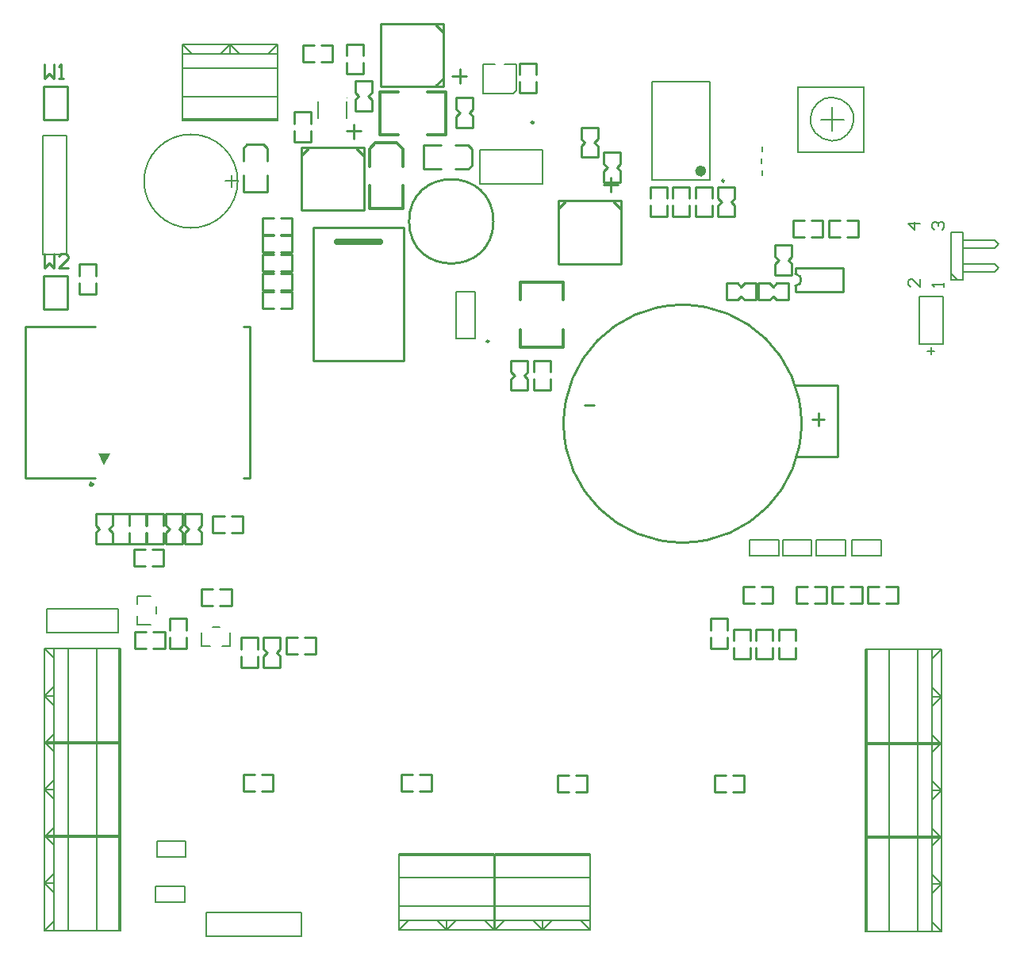
<source format=gto>
G04*
G04 #@! TF.GenerationSoftware,Altium Limited,Altium Designer,19.1.6 (110)*
G04*
G04 Layer_Color=65535*
%FSLAX43Y43*%
%MOMM*%
G71*
G01*
G75*
%ADD10C,0.100*%
%ADD11C,0.250*%
%ADD12C,0.254*%
%ADD13C,0.127*%
%ADD14C,0.200*%
%ADD15C,0.600*%
%ADD16C,0.300*%
%ADD17C,0.203*%
%ADD18C,0.305*%
%ADD19C,0.700*%
%ADD20C,0.279*%
%ADD21C,0.150*%
G36*
X8382Y51816D02*
X9017Y53086D01*
X7747D01*
X8382Y51816D01*
D02*
G37*
D10*
X34341Y91089D02*
G03*
X34341Y91089I-50J0D01*
G01*
D11*
X54241Y88418D02*
G03*
X54241Y88418I-125J0D01*
G01*
X49465Y65063D02*
G03*
X49465Y65063I-125J0D01*
G01*
X74602Y82208D02*
G03*
X74602Y82208I-125J0D01*
G01*
D12*
X49948Y77869D02*
G03*
X49948Y77869I-4500J0D01*
G01*
X57441Y56132D02*
G03*
X57441Y56134I12696J129D01*
G01*
X82169Y70993D02*
G03*
X82169Y72263I0J635D01*
G01*
X78549Y37084D02*
X79756Y37084D01*
X78549Y38862D02*
X79756Y38862D01*
X76581Y38862D02*
X77787D01*
X76581Y37084D02*
X77787D01*
X79756Y37084D02*
Y38862D01*
X76581Y37084D02*
Y38862D01*
X82296Y38862D02*
X83503Y38862D01*
X82296Y37084D02*
X83503Y37084D01*
X84265D02*
X85471D01*
X84265Y38862D02*
X85471D01*
X82296Y37084D02*
Y38862D01*
X85471Y37084D02*
Y38862D01*
X88075Y37084D02*
X89281Y37084D01*
X88075Y38862D02*
X89281Y38862D01*
X86106Y38862D02*
X87312D01*
X86106Y37084D02*
X87312D01*
X89281Y37084D02*
Y38862D01*
X86106Y37084D02*
Y38862D01*
X89916Y38862D02*
X91122Y38862D01*
X89916Y37084D02*
X91122Y37084D01*
X91884D02*
X93091D01*
X91884Y38862D02*
X93091D01*
X89916Y37084D02*
Y38862D01*
X93091Y37084D02*
Y38862D01*
X20007Y46424D02*
X21214Y46424D01*
X20007Y44646D02*
X21214Y44646D01*
X21976D02*
X23183D01*
X21976Y46424D02*
X23183D01*
X20007Y44646D02*
Y46424D01*
X23183Y44646D02*
Y46424D01*
X24765Y33401D02*
X24765Y32194D01*
X22987D02*
X22987Y33401D01*
X22987Y30226D02*
Y31433D01*
X24765Y30226D02*
Y31433D01*
X22987Y33401D02*
X24765D01*
X22987Y30226D02*
X24765D01*
X11684Y34036D02*
X12891Y34036D01*
X11684Y32258D02*
X12891Y32258D01*
X13653D02*
X14859D01*
X13653Y34036D02*
X14859D01*
X11684Y32258D02*
Y34036D01*
X14859Y32258D02*
Y34036D01*
X17145Y35433D02*
X17145Y34227D01*
X15367D02*
X15367Y35433D01*
X15367Y32258D02*
Y33465D01*
X17145Y32258D02*
Y33465D01*
X15367Y35433D02*
X17145D01*
X15367Y32258D02*
X17145D01*
X18796Y38608D02*
X20003Y38608D01*
X18796Y36830D02*
X20003Y36830D01*
X20764D02*
X21971D01*
X20764Y38608D02*
X21971D01*
X18796Y36830D02*
Y38608D01*
X21971Y36830D02*
Y38608D01*
X47193Y85979D02*
X47638Y85598D01*
Y83820D02*
Y84709D01*
X47193Y83439D02*
X47638Y83820D01*
X45847Y83439D02*
X47193D01*
X47638Y84709D02*
Y85598D01*
X45847Y85979D02*
X47193D01*
X42532Y83439D02*
X44323D01*
X42532Y85979D02*
X44323D01*
X42532Y83439D02*
Y84709D01*
Y85979D01*
X34239Y87503D02*
X35763D01*
X35027Y86716D02*
Y88240D01*
X35290Y85716D02*
X36068Y84938D01*
X29473Y84921D02*
X30251Y85700D01*
X36116Y79073D02*
Y85773D01*
X29416Y79073D02*
Y85773D01*
X36116D01*
X29416Y79073D02*
X36116D01*
X61671Y81788D02*
X63195D01*
X62459Y81001D02*
Y82525D01*
X62722Y80001D02*
X63500Y79223D01*
X56905Y79206D02*
X57683Y79985D01*
X63548Y73358D02*
Y80058D01*
X56848Y73358D02*
Y80058D01*
X63548D01*
X56848Y73358D02*
X63548D01*
X45974Y91059D02*
X47752D01*
X45974Y87884D02*
X47752D01*
X45974Y89853D02*
Y91059D01*
X47752Y89853D02*
Y91059D01*
Y87884D02*
Y89090D01*
X45974Y87884D02*
Y89090D01*
X46355Y89471D01*
X47371D02*
X47752Y89090D01*
X47371Y89471D02*
X47752Y89853D01*
X45974D02*
X46355Y89471D01*
X46355Y92634D02*
Y94158D01*
X45568Y93370D02*
X47092D01*
X43790Y92329D02*
X44568Y93107D01*
X43773Y98924D02*
X44552Y98146D01*
X37925Y92281D02*
X44625D01*
X37925Y98981D02*
X44625D01*
Y92281D02*
Y98981D01*
X37925Y92281D02*
Y98981D01*
X56007Y62992D02*
X56007Y61785D01*
X54229D02*
X54229Y62992D01*
X54229Y59817D02*
Y61023D01*
X56007Y59817D02*
Y61023D01*
X54229Y62992D02*
X56007D01*
X54229Y59817D02*
X56007D01*
X51816Y62992D02*
X53594D01*
X51816Y59817D02*
X53594D01*
X51816Y61785D02*
Y62992D01*
X53594Y61785D02*
Y62992D01*
Y59817D02*
Y61023D01*
X51816Y59817D02*
Y61023D01*
X52197Y61404D01*
X53213D02*
X53594Y61023D01*
X53213Y61404D02*
X53594Y61785D01*
X51816D02*
X52197Y61404D01*
X5715Y71311D02*
X5715Y70104D01*
X7493D02*
X7493Y71311D01*
Y72073D02*
Y73279D01*
X5715Y72073D02*
Y73279D01*
X5715Y70104D02*
X7493D01*
X5715Y73279D02*
X7493D01*
X40386Y76708D02*
Y77216D01*
X30734Y76708D02*
Y77216D01*
Y62992D02*
Y63500D01*
X40386Y62992D02*
Y63500D01*
X30734Y64008D02*
Y76200D01*
X40386Y64008D02*
Y76200D01*
Y63500D02*
Y64008D01*
X30734Y62992D02*
X40386D01*
X30734Y63500D02*
Y64008D01*
X40386Y76200D02*
Y76708D01*
X30734Y76200D02*
Y76708D01*
Y77216D02*
X40386D01*
X82296Y52730D02*
X83134D01*
X59639Y58217D02*
X60706D01*
X84633Y56718D02*
X85242D01*
X83998D02*
X84633D01*
Y56058D02*
Y57429D01*
X86690Y52730D02*
Y60350D01*
X83134Y52730D02*
X86690D01*
X82093Y60350D02*
X86690D01*
X71501Y78359D02*
X73279D01*
X71501Y81534D02*
X73279D01*
X73279Y78359D02*
Y79565D01*
X71501Y78359D02*
Y79565D01*
Y80327D02*
X71501Y81534D01*
X73279D02*
X73279Y80327D01*
X69088Y78359D02*
X70866D01*
X69088Y81534D02*
X70866D01*
X70866Y78359D02*
Y79565D01*
X69088Y78359D02*
Y79565D01*
Y80327D02*
X69088Y81534D01*
X70866D02*
X70866Y80327D01*
X66675Y78359D02*
X68453D01*
X66675Y81534D02*
X68453D01*
X68453Y78359D02*
Y79565D01*
X66675Y78359D02*
Y79565D01*
Y80327D02*
X66675Y81534D01*
X68453D02*
X68453Y80327D01*
X73152Y32258D02*
X74930D01*
X73152Y35433D02*
X74930D01*
X74930Y32258D02*
Y33465D01*
X73152Y32258D02*
Y33465D01*
Y34227D02*
X73152Y35433D01*
X74930D02*
X74930Y34227D01*
X75565Y31115D02*
X77343D01*
X75565Y34290D02*
X77343D01*
X77343Y31115D02*
Y32321D01*
X75565Y31115D02*
Y32321D01*
Y33083D02*
X75565Y34290D01*
X77343D02*
X77343Y33083D01*
X77978Y31115D02*
X79756D01*
X77978Y34290D02*
X79756D01*
X79756Y31115D02*
Y32321D01*
X77978Y31115D02*
Y32321D01*
Y33083D02*
X77978Y34290D01*
X79756D02*
X79756Y33083D01*
X25400Y32194D02*
X25781Y31813D01*
X26797D02*
X27178Y32194D01*
X26797Y31813D02*
X27178Y31433D01*
X25400D02*
X25781Y31813D01*
X25400Y30226D02*
Y31433D01*
X27178Y30226D02*
Y31433D01*
Y32194D02*
Y33401D01*
X25400Y32194D02*
Y33401D01*
Y30226D02*
X27178D01*
X25400Y33401D02*
X27178D01*
X27813Y31623D02*
Y33401D01*
X30988Y31623D02*
Y33401D01*
X27813Y31623D02*
X29020D01*
X27813Y33401D02*
X29020D01*
X29781D02*
X30988Y33401D01*
X29781Y31623D02*
X30988Y31623D01*
X29591Y94869D02*
Y96647D01*
X32766Y94869D02*
Y96647D01*
X29591Y94869D02*
X30798D01*
X29591Y96647D02*
X30798D01*
X31559D02*
X32766Y96647D01*
X31559Y94869D02*
X32766Y94869D01*
X34290Y96774D02*
X36068D01*
X34290Y93599D02*
X36068D01*
X34290Y95567D02*
Y96774D01*
X36068Y95567D02*
Y96774D01*
X36068Y93599D02*
X36068Y94805D01*
X34290D02*
X34290Y93599D01*
X35179Y89662D02*
X36957D01*
X35179Y92837D02*
X36957D01*
Y89662D02*
Y90869D01*
X35179Y89662D02*
Y90869D01*
Y91631D02*
Y92837D01*
X36957Y91631D02*
Y92837D01*
X36576Y91250D02*
X36957Y91631D01*
X35179D02*
X35560Y91250D01*
X35179Y90869D02*
X35560Y91250D01*
X36576D02*
X36957Y90869D01*
X28702Y86360D02*
X30480D01*
X28702Y89535D02*
X30480D01*
X30480Y86360D02*
Y87567D01*
X28702Y86360D02*
Y87567D01*
Y88329D02*
X28702Y89535D01*
X30480D02*
X30480Y88329D01*
X54483Y94742D02*
X54483Y93535D01*
X52705D02*
X52705Y94742D01*
X52705Y91567D02*
Y92773D01*
X54483Y91567D02*
Y92773D01*
X52705Y94742D02*
X54483D01*
X52705Y91567D02*
X54483D01*
X59309Y86677D02*
X59690Y86297D01*
X60706D02*
X61087Y86677D01*
X60706Y86297D02*
X61087Y85915D01*
X59309D02*
X59690Y86297D01*
X59309Y84709D02*
Y85915D01*
X61087Y84709D02*
Y85915D01*
Y86677D02*
Y87884D01*
X59309Y86677D02*
Y87884D01*
Y84709D02*
X61087D01*
X59309Y87884D02*
X61087D01*
X73914Y80327D02*
X74295Y79947D01*
X75311D02*
X75692Y80327D01*
X75311Y79947D02*
X75692Y79565D01*
X73914D02*
X74295Y79947D01*
X73914Y78359D02*
Y79565D01*
X75692Y78359D02*
Y79565D01*
Y80327D02*
Y81534D01*
X73914Y80327D02*
Y81534D01*
Y78359D02*
X75692D01*
X73914Y81534D02*
X75692D01*
X63119Y83630D02*
X63500Y83248D01*
X61722D02*
X62103Y83630D01*
X61722Y84010D02*
X62103Y83630D01*
X63119D02*
X63500Y84010D01*
Y85217D01*
X61722Y84010D02*
Y85217D01*
Y82042D02*
Y83248D01*
X63500Y82042D02*
Y83248D01*
X61722Y85217D02*
X63500D01*
X61722Y82042D02*
X63500D01*
X82169Y70358D02*
X87249D01*
Y72898D01*
X82169D02*
X87249D01*
X82169Y72263D02*
Y72898D01*
Y70358D02*
Y70993D01*
X88900Y76200D02*
Y77978D01*
X85725Y76200D02*
Y77978D01*
X87693Y77978D02*
X88900D01*
X87693Y76200D02*
X88900D01*
X85725Y76200D02*
X86932Y76200D01*
X85725Y77978D02*
X86932Y77978D01*
X81915Y76200D02*
Y77978D01*
X85090Y76200D02*
Y77978D01*
X81915Y76200D02*
X83121D01*
X81915Y77978D02*
X83121D01*
X83883D02*
X85090Y77978D01*
X83883Y76200D02*
X85090Y76200D01*
X80010Y74104D02*
X80391Y73724D01*
X81407D02*
X81788Y74104D01*
X81407Y73724D02*
X81788Y73342D01*
X80010D02*
X80391Y73724D01*
X80010Y72136D02*
Y73342D01*
X81788Y72136D02*
Y73342D01*
Y74104D02*
Y75311D01*
X80010Y74104D02*
Y75311D01*
Y72136D02*
X81788D01*
X80010Y75311D02*
X81788D01*
X76009Y69469D02*
X76391Y69850D01*
X76009Y71247D02*
X76391Y70866D01*
X76771Y71247D01*
X76391Y69850D02*
X76771Y69469D01*
X77978D01*
X76771Y71247D02*
X77978D01*
X74803D02*
X76009D01*
X74803Y69469D02*
X76009D01*
X77978D02*
Y71247D01*
X74803Y69469D02*
Y71247D01*
X17018Y45403D02*
X17399Y45021D01*
X18415D02*
X18796Y45403D01*
X18415Y45021D02*
X18796Y44640D01*
X17018D02*
X17399Y45021D01*
X17018Y43434D02*
Y44640D01*
X18796Y43434D02*
Y44640D01*
Y45403D02*
Y46609D01*
X17018Y45403D02*
Y46609D01*
Y43434D02*
X18796D01*
X17018Y46609D02*
X18796D01*
X14986Y45403D02*
X15367Y45021D01*
X16383D02*
X16764Y45403D01*
X16383Y45021D02*
X16764Y44640D01*
X14986D02*
X15367Y45021D01*
X14986Y43434D02*
Y44640D01*
X16764Y43434D02*
Y44640D01*
Y45403D02*
Y46609D01*
X14986Y45403D02*
Y46609D01*
Y43434D02*
X16764D01*
X14986Y46609D02*
X16764D01*
X7493D02*
X9271D01*
X7493Y43434D02*
X9271D01*
X7493Y45403D02*
Y46609D01*
X9271Y45403D02*
Y46609D01*
Y43434D02*
Y44640D01*
X7493Y43434D02*
Y44640D01*
X7874Y45021D01*
X8890D02*
X9271Y44640D01*
X8890Y45021D02*
X9271Y45403D01*
X7493D02*
X7874Y45021D01*
X9271Y46609D02*
X11049D01*
X9271Y43434D02*
X11049D01*
X9271Y45403D02*
Y46609D01*
X11049Y45403D02*
Y46609D01*
X11049Y43434D02*
X11049Y44640D01*
X9271D02*
X9271Y43434D01*
X11049Y46609D02*
X12827D01*
X11049Y43434D02*
X12827D01*
X11049Y45403D02*
Y46609D01*
X12827Y45403D02*
Y46609D01*
X12827Y43434D02*
X12827Y44640D01*
X11049D02*
X11049Y43434D01*
X28448Y68580D02*
Y70358D01*
X25273Y68580D02*
Y70358D01*
X27242Y70358D02*
X28448D01*
X27242Y68580D02*
X28448D01*
X25273Y68580D02*
X26479Y68580D01*
X25273Y70358D02*
X26479Y70358D01*
X28448Y70485D02*
Y72263D01*
X25273Y70485D02*
Y72263D01*
X27242Y72263D02*
X28448D01*
X27242Y70485D02*
X28448D01*
X25273Y70485D02*
X26479Y70485D01*
X25273Y72263D02*
X26479Y72263D01*
X28448Y72517D02*
Y74295D01*
X25273Y72517D02*
Y74295D01*
X27242Y74295D02*
X28448D01*
X27242Y72517D02*
X28448D01*
X25273Y72517D02*
X26479Y72517D01*
X25273Y74295D02*
X26479Y74295D01*
X12954Y43434D02*
X14732D01*
X12954Y46609D02*
X14732D01*
X14732Y43434D02*
Y44640D01*
X12954Y43434D02*
Y44640D01*
Y45403D02*
X12954Y46609D01*
X14732D02*
X14732Y45403D01*
X13526Y41021D02*
X14732Y41021D01*
X13526Y42799D02*
X14732Y42799D01*
X11557Y42799D02*
X12764D01*
X11557Y41021D02*
X12764D01*
X14732Y41021D02*
Y42799D01*
X11557Y41021D02*
Y42799D01*
X23241Y18796D02*
X24448Y18796D01*
X23241Y17018D02*
X24448Y17018D01*
X25209D02*
X26416D01*
X25209Y18796D02*
X26416D01*
X23241Y17018D02*
Y18796D01*
X26416Y17018D02*
Y18796D01*
X40132Y18796D02*
X41339Y18796D01*
X40132Y17018D02*
X41339Y17018D01*
X42100D02*
X43307D01*
X42100Y18796D02*
X43307D01*
X40132Y17018D02*
Y18796D01*
X43307Y17018D02*
Y18796D01*
X56769Y18669D02*
X57975Y18669D01*
X56769Y16891D02*
X57975Y16891D01*
X58737D02*
X59944D01*
X58737Y18669D02*
X59944D01*
X56769Y16891D02*
Y18669D01*
X59944Y16891D02*
Y18669D01*
X73533Y18669D02*
X74740Y18669D01*
X73533Y16891D02*
X74740Y16891D01*
X75502D02*
X76708D01*
X75502Y18669D02*
X76708D01*
X73533Y16891D02*
Y18669D01*
X76708Y16891D02*
Y18669D01*
X82169Y34290D02*
X82169Y33083D01*
X80391D02*
X80391Y34290D01*
X80391Y31115D02*
Y32321D01*
X82169Y31115D02*
Y32321D01*
X80391Y34290D02*
X82169D01*
X80391Y31115D02*
X82169D01*
X23950Y50463D02*
Y66630D01*
X11Y50463D02*
Y66630D01*
X23298D02*
X23950D01*
X11D02*
X7466D01*
X23299Y50463D02*
X23950D01*
X11D02*
X7465D01*
X79820Y70866D02*
X80201Y71247D01*
X79820Y69850D02*
X80201Y69469D01*
X79438D02*
X79820Y69850D01*
X79438Y71247D02*
X79820Y70866D01*
X78232Y71247D02*
X79438D01*
X78232Y69469D02*
X79438D01*
X80201D02*
X81407D01*
X80201Y71247D02*
X81407D01*
X78232Y69469D02*
Y71247D01*
X81407Y69469D02*
Y71247D01*
X28448Y76454D02*
Y78232D01*
X25273Y76454D02*
Y78232D01*
X27242Y78232D02*
X28448D01*
X27242Y76454D02*
X28448D01*
X25273Y76454D02*
X26479Y76454D01*
X25273Y78232D02*
X26479Y78232D01*
X28448Y74549D02*
Y76327D01*
X25273Y74549D02*
Y76327D01*
X27242Y76327D02*
X28448D01*
X27242Y74549D02*
X28448D01*
X25273Y74549D02*
X26479Y74549D01*
X25273Y76327D02*
X26479Y76327D01*
X23241Y85674D02*
X23622Y86119D01*
X24511D02*
X25400D01*
X25781Y85674D01*
Y84328D02*
Y85674D01*
X23622Y86119D02*
X24511D01*
X23241Y84328D02*
Y85674D01*
X25781Y81013D02*
Y82804D01*
X23241Y81013D02*
Y82804D01*
X24511Y81013D02*
X25781D01*
X23241D02*
X24511D01*
X2007Y74435D02*
Y72912D01*
X2514Y73420D01*
X3022Y72912D01*
Y74435D01*
X4546Y72912D02*
X3530D01*
X4546Y73927D01*
Y74181D01*
X4292Y74435D01*
X3784D01*
X3530Y74181D01*
X2007Y94679D02*
Y93156D01*
X2514Y93663D01*
X3022Y93156D01*
Y94679D01*
X3530Y93156D02*
X4038D01*
X3784D01*
Y94679D01*
X3530Y94425D01*
D13*
X22653Y82169D02*
G03*
X22653Y82169I-5000J0D01*
G01*
X21971Y81534D02*
Y82804D01*
X21336Y82169D02*
X22606D01*
D14*
X87071Y90881D02*
G03*
X87088Y90873I-972J-2085D01*
G01*
X31216Y90689D02*
X31266D01*
X31216Y88889D02*
X31266D01*
X34266Y90689D02*
X34316D01*
X34266Y88889D02*
X34316D01*
Y90689D01*
X31216Y88889D02*
Y90689D01*
X48466Y85543D02*
X55166D01*
X48466Y81843D02*
Y85543D01*
Y81843D02*
X55166D01*
Y85543D01*
X16764Y92710D02*
Y96774D01*
Y88646D02*
Y92710D01*
Y88646D02*
X26924D01*
Y96774D01*
X17272D02*
X26924D01*
X16764D02*
X17272D01*
X25908D02*
X26924D01*
Y94742D02*
Y96774D01*
X16764Y95758D02*
X26924D01*
X16764Y88810D02*
X26924D01*
X16764Y96774D02*
X17780Y95758D01*
X20828D02*
X21844Y96774D01*
X22860Y95758D01*
X25908D02*
X26924Y96774D01*
X21844Y95758D02*
Y96266D01*
X16764Y91186D02*
X26924D01*
X16764Y94234D02*
X26924D01*
X21844Y96266D02*
Y96774D01*
X45990Y70318D02*
X47990D01*
X45990Y65318D02*
X47990D01*
X45990D02*
Y70318D01*
X47990Y65318D02*
Y70318D01*
X95377Y69850D02*
X97917D01*
Y64770D02*
Y69850D01*
X95377Y64770D02*
X97917D01*
X95377D02*
Y69850D01*
X98806Y71628D02*
Y76708D01*
X100076Y75861D02*
X103463D01*
X103886Y75438D01*
X103463Y75015D02*
X103886Y75438D01*
X100076Y75015D02*
X103463D01*
X100076Y73321D02*
X103463D01*
X103886Y72898D01*
X103463Y72475D02*
X103886Y72898D01*
X100076Y72475D02*
X103463D01*
X98806Y72263D02*
X99441Y71628D01*
X98806Y76708D02*
X100076D01*
Y71628D02*
Y76708D01*
X98806Y71628D02*
X100076D01*
X2286Y33909D02*
X9906D01*
Y36449D01*
X2286D02*
X9906D01*
X2286Y33909D02*
Y36449D01*
X44911Y2159D02*
Y2667D01*
X39831Y4699D02*
X49991D01*
X39831Y7747D02*
X49991D01*
X44911Y2667D02*
Y3175D01*
X39831Y2159D02*
X40847Y3175D01*
X43895D02*
X44911Y2159D01*
X45927Y3175D01*
X48975D02*
X49991Y2159D01*
X39831Y10123D02*
X49991D01*
X39831Y3175D02*
X49991D01*
X39831Y2159D02*
Y4191D01*
Y2159D02*
X40847D01*
X49483D02*
X49991D01*
X39831D02*
X49483D01*
X39831D02*
Y10287D01*
X49991D01*
Y6223D02*
Y10287D01*
Y2159D02*
Y6223D01*
X55198Y2159D02*
Y2667D01*
X50118Y4699D02*
X60278D01*
X50118Y7747D02*
X60278D01*
X55198Y2667D02*
Y3175D01*
X50118Y2159D02*
X51134Y3175D01*
X54182D02*
X55198Y2159D01*
X56214Y3175D01*
X59262D02*
X60278Y2159D01*
X50118Y10123D02*
X60278D01*
X50118Y3175D02*
X60278D01*
X50118Y2159D02*
Y4191D01*
Y2159D02*
X51134D01*
X59770D02*
X60278D01*
X50118D02*
X59770D01*
X50118D02*
Y10287D01*
X60278D01*
Y6223D02*
Y10287D01*
Y2159D02*
Y6223D01*
X29464Y1524D02*
Y4064D01*
X19304Y1524D02*
X29464D01*
X19304Y4064D02*
X29464D01*
X19304Y1524D02*
Y4064D01*
X2032Y27170D02*
X2540D01*
X4572Y22090D02*
Y32250D01*
X7620Y22090D02*
Y32250D01*
X2540Y27170D02*
X3048D01*
X2032Y32250D02*
X3048Y31234D01*
X2032Y27170D02*
X3048Y28186D01*
X2032Y27170D02*
X3048Y26154D01*
X2032Y22090D02*
X3048Y23106D01*
X9996Y22090D02*
Y32250D01*
X3048Y22090D02*
Y32250D01*
X2032D02*
X4064D01*
X2032Y31234D02*
Y32250D01*
Y22090D02*
Y22598D01*
Y32250D01*
X10160D01*
Y22090D02*
Y32250D01*
X6096Y22090D02*
X10160D01*
X2032D02*
X6096D01*
X2032Y17163D02*
X2540D01*
X4572Y12083D02*
Y22243D01*
X7620Y12083D02*
Y22243D01*
X2540Y17163D02*
X3048D01*
X2032Y22243D02*
X3048Y21227D01*
X2032Y17163D02*
X3048Y18179D01*
X2032Y17163D02*
X3048Y16147D01*
X2032Y12083D02*
X3048Y13099D01*
X9996Y12083D02*
Y22243D01*
X3048Y12083D02*
Y22243D01*
X2032D02*
X4064D01*
X2032Y21227D02*
Y22243D01*
Y12083D02*
Y12591D01*
Y22243D01*
X10160D01*
Y12083D02*
Y22243D01*
X6096Y12083D02*
X10160D01*
X2032D02*
X6096D01*
X2032Y2079D02*
X6096D01*
X10160D01*
Y12239D01*
X2032D02*
X10160D01*
X2032Y2587D02*
Y12239D01*
Y2079D02*
Y2587D01*
Y11223D02*
Y12239D01*
X4064D01*
X3048Y2079D02*
Y12239D01*
X9996Y2079D02*
Y12239D01*
X2032Y2079D02*
X3048Y3095D01*
X2032Y7159D02*
X3048Y6143D01*
X2032Y7159D02*
X3048Y8175D01*
X2032Y12239D02*
X3048Y11223D01*
X2540Y7159D02*
X3048D01*
X7620Y2079D02*
Y12239D01*
X4572Y2079D02*
Y12239D01*
X2032Y7159D02*
X2540D01*
X78625Y85348D02*
Y85848D01*
X78595Y84078D02*
Y84578D01*
X78625Y82808D02*
Y83308D01*
X84887Y88737D02*
X87396D01*
X86095Y87534D02*
Y90043D01*
X82488Y85248D02*
Y92248D01*
X82504Y85253D02*
X89504D01*
X82504Y92238D02*
X89504D01*
X89495Y85248D02*
Y92248D01*
X66877Y92753D02*
X73077D01*
X66877Y82253D02*
X73077D01*
X66877D02*
Y92753D01*
X73077Y82253D02*
Y92753D01*
X97282Y27102D02*
X97790D01*
X95250Y22022D02*
Y32182D01*
X92202Y22022D02*
Y32182D01*
X96774Y27102D02*
X97282D01*
X96774Y23038D02*
X97790Y22022D01*
X96774Y26086D02*
X97790Y27102D01*
X96774Y28118D02*
X97790Y27102D01*
X96774Y31166D02*
X97790Y32182D01*
X89826Y22022D02*
Y32182D01*
X96774Y22022D02*
Y32182D01*
X95758Y22022D02*
X97790D01*
Y23038D01*
Y31674D02*
Y32182D01*
Y22022D02*
Y31674D01*
X89662Y22022D02*
X97790D01*
X89662D02*
Y32182D01*
X93726D01*
X97790D01*
X93726Y22178D02*
X97790D01*
X89662D02*
X93726D01*
X89662Y12018D02*
Y22178D01*
Y12018D02*
X97790D01*
Y21670D01*
Y22178D01*
Y12018D02*
Y13034D01*
X95758Y12018D02*
X97790D01*
X96774D02*
Y22178D01*
X89826Y12018D02*
Y22178D01*
X96774Y21162D02*
X97790Y22178D01*
X96774Y18114D02*
X97790Y17098D01*
X96774Y16082D02*
X97790Y17098D01*
X96774Y13034D02*
X97790Y12018D01*
X96774Y17098D02*
X97282D01*
X92202Y12018D02*
Y22178D01*
X95250Y12018D02*
Y22178D01*
X97282Y17098D02*
X97790D01*
X93726Y12170D02*
X97790D01*
X89662D02*
X93726D01*
X89662Y2010D02*
Y12170D01*
Y2010D02*
X97790D01*
Y11662D01*
Y12170D01*
Y2010D02*
Y3026D01*
X95758Y2010D02*
X97790D01*
X96774D02*
Y12170D01*
X89826Y2010D02*
Y12170D01*
X96774Y11154D02*
X97790Y12170D01*
X96774Y8106D02*
X97790Y7090D01*
X96774Y6074D02*
X97790Y7090D01*
X96774Y3026D02*
X97790Y2010D01*
X96774Y7090D02*
X97282D01*
X92202Y2010D02*
Y12170D01*
X95250Y2010D02*
Y12170D01*
X97282Y7090D02*
X97790D01*
X1865Y74295D02*
X4405D01*
X1865D02*
Y86995D01*
X4405Y74295D02*
Y86995D01*
X1865D02*
X4405D01*
D15*
X72377Y83253D02*
G03*
X72377Y83253I-300J0D01*
G01*
D16*
X7176Y49784D02*
G03*
X7176Y49784I-150J0D01*
G01*
D17*
X20955Y32512D02*
X21844D01*
X18796D02*
X19685D01*
X21844D02*
Y33909D01*
X18796Y32512D02*
Y33909D01*
X19939Y34544D02*
X20701D01*
X11938Y34798D02*
Y35687D01*
Y36957D02*
Y37846D01*
Y34798D02*
X13335D01*
X11938Y37846D02*
X13335D01*
X13970Y35941D02*
Y36703D01*
X52360Y91846D02*
Y94691D01*
X48859Y91491D02*
X52032D01*
X48859D02*
Y94691D01*
X50110D01*
X51110D02*
X52360D01*
X52032Y91491D02*
X52360Y91846D01*
X84439Y43833D02*
X87519D01*
X84439Y42133D02*
X87519D01*
X84439D02*
Y43833D01*
X87519Y42133D02*
Y43833D01*
X77327D02*
X80407D01*
X77327Y42133D02*
X80407D01*
X77327D02*
Y43833D01*
X80407Y42133D02*
Y43833D01*
X80832D02*
X83912D01*
X80832Y42133D02*
X83912D01*
X80832D02*
Y43833D01*
X83912Y42133D02*
Y43833D01*
X88249D02*
X91329D01*
X88249Y42133D02*
X91329D01*
X88249D02*
Y43833D01*
X91329Y42133D02*
Y43833D01*
X13891Y5176D02*
X16971D01*
X13891Y6876D02*
X16971D01*
Y5176D02*
Y6876D01*
X13891Y5176D02*
Y6876D01*
X14017Y10002D02*
X17097D01*
X14017Y11702D02*
X17097D01*
Y10002D02*
Y11702D01*
X14017Y10002D02*
Y11702D01*
X96986Y76962D02*
X96774Y77174D01*
Y77597D01*
X96986Y77808D01*
X97198D01*
X97409Y77597D01*
Y77385D01*
Y77597D01*
X97621Y77808D01*
X97832D01*
X98044Y77597D01*
Y77174D01*
X97832Y76962D01*
X95504Y77597D02*
X94234D01*
X94869Y76962D01*
Y77808D01*
X95504Y71712D02*
Y70866D01*
X94658Y71712D01*
X94446D01*
X94234Y71501D01*
Y71078D01*
X94446Y70866D01*
X98044D02*
Y71289D01*
Y71078D01*
X96774D01*
X96986Y70866D01*
D18*
X37846Y91694D02*
X39751D01*
X37846Y87122D02*
X39751D01*
X42926D02*
X44831D01*
X42926Y91694D02*
X44831D01*
X37846Y87122D02*
Y91694D01*
X44831Y87122D02*
Y91694D01*
X57404Y69469D02*
Y71374D01*
X52832Y69469D02*
Y71374D01*
Y64389D02*
Y66294D01*
X57404Y64389D02*
Y66294D01*
X52832Y71374D02*
X57404D01*
X52832Y64389D02*
X57404D01*
X36703Y79248D02*
Y81661D01*
X40259Y79248D02*
Y81661D01*
X36703Y83693D02*
Y85598D01*
X40259Y83693D02*
Y85598D01*
X36703Y79248D02*
X40259D01*
X37338Y86233D02*
X39624D01*
X40259Y85598D01*
X36703D02*
X37338Y86233D01*
D19*
X33274Y75692D02*
X37846D01*
D20*
X1905Y68466D02*
X4445D01*
X1905D02*
Y72009D01*
X4420D01*
X4445Y68466D02*
Y72009D01*
X1905Y88722D02*
X4445D01*
X1905D02*
Y92266D01*
X4420D01*
X4445Y88722D02*
Y92266D01*
D21*
X96649Y63640D02*
Y64406D01*
X96266Y64023D02*
X97032D01*
M02*

</source>
